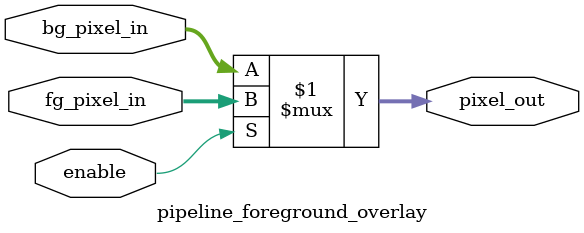
<source format=v>
module pipeline_foreground_overlay #(
    parameter PIXEL_SIZE = 16
) (
    input enable,
    input [PIXEL_SIZE - 1:0] bg_pixel_in,
    input [PIXEL_SIZE - 1:0] fg_pixel_in,
    output [PIXEL_SIZE - 1:0] pixel_out
);
    assign pixel_out = enable ? fg_pixel_in : bg_pixel_in;
endmodule

</source>
